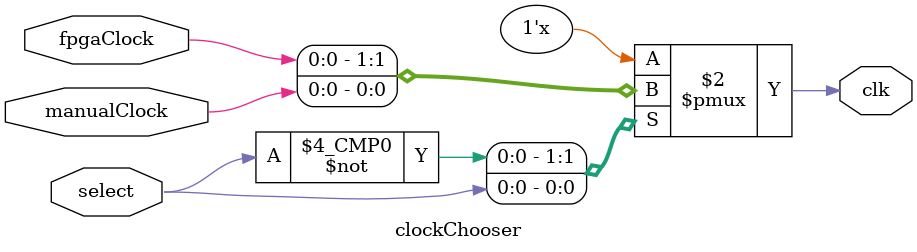
<source format=sv>
module clockChooser(
    input wire select,
    input wire fpgaClock,
    input wire manualClock,
    output logic clk
);


always_comb begin
    case(select)

        0: begin
            clk <= fpgaClock;
        end

        1: begin
            clk <= manualClock;
        end

    endcase
end


endmodule
</source>
